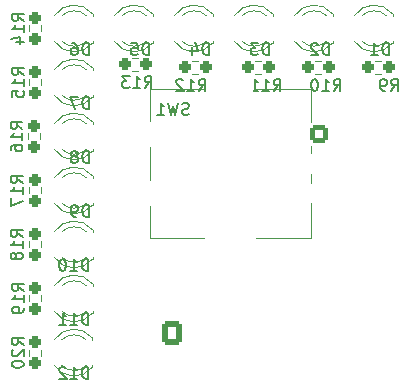
<source format=gbr>
%TF.GenerationSoftware,KiCad,Pcbnew,8.0.1+1*%
%TF.CreationDate,2024-05-08T14:56:33-06:00*%
%TF.ProjectId,encoder-to-i2c-tssop20.kicad_pro,656e636f-6465-4722-9d74-6f2d6932632d,rev?*%
%TF.SameCoordinates,Original*%
%TF.FileFunction,Legend,Bot*%
%TF.FilePolarity,Positive*%
%FSLAX46Y46*%
G04 Gerber Fmt 4.6, Leading zero omitted, Abs format (unit mm)*
G04 Created by KiCad (PCBNEW 8.0.1+1) date 2024-05-08 14:56:33*
%MOMM*%
%LPD*%
G01*
G04 APERTURE LIST*
G04 Aperture macros list*
%AMRoundRect*
0 Rectangle with rounded corners*
0 $1 Rounding radius*
0 $2 $3 $4 $5 $6 $7 $8 $9 X,Y pos of 4 corners*
0 Add a 4 corners polygon primitive as box body*
4,1,4,$2,$3,$4,$5,$6,$7,$8,$9,$2,$3,0*
0 Add four circle primitives for the rounded corners*
1,1,$1+$1,$2,$3*
1,1,$1+$1,$4,$5*
1,1,$1+$1,$6,$7*
1,1,$1+$1,$8,$9*
0 Add four rect primitives between the rounded corners*
20,1,$1+$1,$2,$3,$4,$5,0*
20,1,$1+$1,$4,$5,$6,$7,0*
20,1,$1+$1,$6,$7,$8,$9,0*
20,1,$1+$1,$8,$9,$2,$3,0*%
G04 Aperture macros list end*
%ADD10C,0.150000*%
%ADD11C,0.120000*%
%ADD12RoundRect,0.250000X-0.600000X-0.725000X0.600000X-0.725000X0.600000X0.725000X-0.600000X0.725000X0*%
%ADD13O,1.700000X1.950000*%
%ADD14RoundRect,0.237500X0.250000X0.237500X-0.250000X0.237500X-0.250000X-0.237500X0.250000X-0.237500X0*%
%ADD15R,1.800000X1.800000*%
%ADD16C,1.800000*%
%ADD17RoundRect,0.237500X-0.237500X0.250000X-0.237500X-0.250000X0.237500X-0.250000X0.237500X0.250000X0*%
%ADD18RoundRect,0.250000X0.550000X0.550000X-0.550000X0.550000X-0.550000X-0.550000X0.550000X-0.550000X0*%
%ADD19C,1.600000*%
%ADD20O,4.100000X3.000000*%
G04 APERTURE END LIST*
D10*
X50426857Y-44650819D02*
X50760190Y-44174628D01*
X50998285Y-44650819D02*
X50998285Y-43650819D01*
X50998285Y-43650819D02*
X50617333Y-43650819D01*
X50617333Y-43650819D02*
X50522095Y-43698438D01*
X50522095Y-43698438D02*
X50474476Y-43746057D01*
X50474476Y-43746057D02*
X50426857Y-43841295D01*
X50426857Y-43841295D02*
X50426857Y-43984152D01*
X50426857Y-43984152D02*
X50474476Y-44079390D01*
X50474476Y-44079390D02*
X50522095Y-44127009D01*
X50522095Y-44127009D02*
X50617333Y-44174628D01*
X50617333Y-44174628D02*
X50998285Y-44174628D01*
X49474476Y-44650819D02*
X50045904Y-44650819D01*
X49760190Y-44650819D02*
X49760190Y-43650819D01*
X49760190Y-43650819D02*
X49855428Y-43793676D01*
X49855428Y-43793676D02*
X49950666Y-43888914D01*
X49950666Y-43888914D02*
X50045904Y-43936533D01*
X48522095Y-44650819D02*
X49093523Y-44650819D01*
X48807809Y-44650819D02*
X48807809Y-43650819D01*
X48807809Y-43650819D02*
X48903047Y-43793676D01*
X48903047Y-43793676D02*
X48998285Y-43888914D01*
X48998285Y-43888914D02*
X49093523Y-43936533D01*
X44076857Y-44650819D02*
X44410190Y-44174628D01*
X44648285Y-44650819D02*
X44648285Y-43650819D01*
X44648285Y-43650819D02*
X44267333Y-43650819D01*
X44267333Y-43650819D02*
X44172095Y-43698438D01*
X44172095Y-43698438D02*
X44124476Y-43746057D01*
X44124476Y-43746057D02*
X44076857Y-43841295D01*
X44076857Y-43841295D02*
X44076857Y-43984152D01*
X44076857Y-43984152D02*
X44124476Y-44079390D01*
X44124476Y-44079390D02*
X44172095Y-44127009D01*
X44172095Y-44127009D02*
X44267333Y-44174628D01*
X44267333Y-44174628D02*
X44648285Y-44174628D01*
X43124476Y-44650819D02*
X43695904Y-44650819D01*
X43410190Y-44650819D02*
X43410190Y-43650819D01*
X43410190Y-43650819D02*
X43505428Y-43793676D01*
X43505428Y-43793676D02*
X43600666Y-43888914D01*
X43600666Y-43888914D02*
X43695904Y-43936533D01*
X42743523Y-43746057D02*
X42695904Y-43698438D01*
X42695904Y-43698438D02*
X42600666Y-43650819D01*
X42600666Y-43650819D02*
X42362571Y-43650819D01*
X42362571Y-43650819D02*
X42267333Y-43698438D01*
X42267333Y-43698438D02*
X42219714Y-43746057D01*
X42219714Y-43746057D02*
X42172095Y-43841295D01*
X42172095Y-43841295D02*
X42172095Y-43936533D01*
X42172095Y-43936533D02*
X42219714Y-44079390D01*
X42219714Y-44079390D02*
X42791142Y-44650819D01*
X42791142Y-44650819D02*
X42172095Y-44650819D01*
X55094094Y-41602819D02*
X55094094Y-40602819D01*
X55094094Y-40602819D02*
X54855999Y-40602819D01*
X54855999Y-40602819D02*
X54713142Y-40650438D01*
X54713142Y-40650438D02*
X54617904Y-40745676D01*
X54617904Y-40745676D02*
X54570285Y-40840914D01*
X54570285Y-40840914D02*
X54522666Y-41031390D01*
X54522666Y-41031390D02*
X54522666Y-41174247D01*
X54522666Y-41174247D02*
X54570285Y-41364723D01*
X54570285Y-41364723D02*
X54617904Y-41459961D01*
X54617904Y-41459961D02*
X54713142Y-41555200D01*
X54713142Y-41555200D02*
X54855999Y-41602819D01*
X54855999Y-41602819D02*
X55094094Y-41602819D01*
X54141713Y-40698057D02*
X54094094Y-40650438D01*
X54094094Y-40650438D02*
X53998856Y-40602819D01*
X53998856Y-40602819D02*
X53760761Y-40602819D01*
X53760761Y-40602819D02*
X53665523Y-40650438D01*
X53665523Y-40650438D02*
X53617904Y-40698057D01*
X53617904Y-40698057D02*
X53570285Y-40793295D01*
X53570285Y-40793295D02*
X53570285Y-40888533D01*
X53570285Y-40888533D02*
X53617904Y-41031390D01*
X53617904Y-41031390D02*
X54189332Y-41602819D01*
X54189332Y-41602819D02*
X53570285Y-41602819D01*
X55506857Y-44650819D02*
X55840190Y-44174628D01*
X56078285Y-44650819D02*
X56078285Y-43650819D01*
X56078285Y-43650819D02*
X55697333Y-43650819D01*
X55697333Y-43650819D02*
X55602095Y-43698438D01*
X55602095Y-43698438D02*
X55554476Y-43746057D01*
X55554476Y-43746057D02*
X55506857Y-43841295D01*
X55506857Y-43841295D02*
X55506857Y-43984152D01*
X55506857Y-43984152D02*
X55554476Y-44079390D01*
X55554476Y-44079390D02*
X55602095Y-44127009D01*
X55602095Y-44127009D02*
X55697333Y-44174628D01*
X55697333Y-44174628D02*
X56078285Y-44174628D01*
X54554476Y-44650819D02*
X55125904Y-44650819D01*
X54840190Y-44650819D02*
X54840190Y-43650819D01*
X54840190Y-43650819D02*
X54935428Y-43793676D01*
X54935428Y-43793676D02*
X55030666Y-43888914D01*
X55030666Y-43888914D02*
X55125904Y-43936533D01*
X53935428Y-43650819D02*
X53840190Y-43650819D01*
X53840190Y-43650819D02*
X53744952Y-43698438D01*
X53744952Y-43698438D02*
X53697333Y-43746057D01*
X53697333Y-43746057D02*
X53649714Y-43841295D01*
X53649714Y-43841295D02*
X53602095Y-44031771D01*
X53602095Y-44031771D02*
X53602095Y-44269866D01*
X53602095Y-44269866D02*
X53649714Y-44460342D01*
X53649714Y-44460342D02*
X53697333Y-44555580D01*
X53697333Y-44555580D02*
X53744952Y-44603200D01*
X53744952Y-44603200D02*
X53840190Y-44650819D01*
X53840190Y-44650819D02*
X53935428Y-44650819D01*
X53935428Y-44650819D02*
X54030666Y-44603200D01*
X54030666Y-44603200D02*
X54078285Y-44555580D01*
X54078285Y-44555580D02*
X54125904Y-44460342D01*
X54125904Y-44460342D02*
X54173523Y-44269866D01*
X54173523Y-44269866D02*
X54173523Y-44031771D01*
X54173523Y-44031771D02*
X54125904Y-43841295D01*
X54125904Y-43841295D02*
X54078285Y-43746057D01*
X54078285Y-43746057D02*
X54030666Y-43698438D01*
X54030666Y-43698438D02*
X53935428Y-43650819D01*
X60364666Y-44650819D02*
X60697999Y-44174628D01*
X60936094Y-44650819D02*
X60936094Y-43650819D01*
X60936094Y-43650819D02*
X60555142Y-43650819D01*
X60555142Y-43650819D02*
X60459904Y-43698438D01*
X60459904Y-43698438D02*
X60412285Y-43746057D01*
X60412285Y-43746057D02*
X60364666Y-43841295D01*
X60364666Y-43841295D02*
X60364666Y-43984152D01*
X60364666Y-43984152D02*
X60412285Y-44079390D01*
X60412285Y-44079390D02*
X60459904Y-44127009D01*
X60459904Y-44127009D02*
X60555142Y-44174628D01*
X60555142Y-44174628D02*
X60936094Y-44174628D01*
X59888475Y-44650819D02*
X59697999Y-44650819D01*
X59697999Y-44650819D02*
X59602761Y-44603200D01*
X59602761Y-44603200D02*
X59555142Y-44555580D01*
X59555142Y-44555580D02*
X59459904Y-44412723D01*
X59459904Y-44412723D02*
X59412285Y-44222247D01*
X59412285Y-44222247D02*
X59412285Y-43841295D01*
X59412285Y-43841295D02*
X59459904Y-43746057D01*
X59459904Y-43746057D02*
X59507523Y-43698438D01*
X59507523Y-43698438D02*
X59602761Y-43650819D01*
X59602761Y-43650819D02*
X59793237Y-43650819D01*
X59793237Y-43650819D02*
X59888475Y-43698438D01*
X59888475Y-43698438D02*
X59936094Y-43746057D01*
X59936094Y-43746057D02*
X59983713Y-43841295D01*
X59983713Y-43841295D02*
X59983713Y-44079390D01*
X59983713Y-44079390D02*
X59936094Y-44174628D01*
X59936094Y-44174628D02*
X59888475Y-44222247D01*
X59888475Y-44222247D02*
X59793237Y-44269866D01*
X59793237Y-44269866D02*
X59602761Y-44269866D01*
X59602761Y-44269866D02*
X59507523Y-44222247D01*
X59507523Y-44222247D02*
X59459904Y-44174628D01*
X59459904Y-44174628D02*
X59412285Y-44079390D01*
X29149719Y-47871142D02*
X28673528Y-47537809D01*
X29149719Y-47299714D02*
X28149719Y-47299714D01*
X28149719Y-47299714D02*
X28149719Y-47680666D01*
X28149719Y-47680666D02*
X28197338Y-47775904D01*
X28197338Y-47775904D02*
X28244957Y-47823523D01*
X28244957Y-47823523D02*
X28340195Y-47871142D01*
X28340195Y-47871142D02*
X28483052Y-47871142D01*
X28483052Y-47871142D02*
X28578290Y-47823523D01*
X28578290Y-47823523D02*
X28625909Y-47775904D01*
X28625909Y-47775904D02*
X28673528Y-47680666D01*
X28673528Y-47680666D02*
X28673528Y-47299714D01*
X29149719Y-48823523D02*
X29149719Y-48252095D01*
X29149719Y-48537809D02*
X28149719Y-48537809D01*
X28149719Y-48537809D02*
X28292576Y-48442571D01*
X28292576Y-48442571D02*
X28387814Y-48347333D01*
X28387814Y-48347333D02*
X28435433Y-48252095D01*
X28149719Y-49680666D02*
X28149719Y-49490190D01*
X28149719Y-49490190D02*
X28197338Y-49394952D01*
X28197338Y-49394952D02*
X28244957Y-49347333D01*
X28244957Y-49347333D02*
X28387814Y-49252095D01*
X28387814Y-49252095D02*
X28578290Y-49204476D01*
X28578290Y-49204476D02*
X28959242Y-49204476D01*
X28959242Y-49204476D02*
X29054480Y-49252095D01*
X29054480Y-49252095D02*
X29102100Y-49299714D01*
X29102100Y-49299714D02*
X29149719Y-49394952D01*
X29149719Y-49394952D02*
X29149719Y-49585428D01*
X29149719Y-49585428D02*
X29102100Y-49680666D01*
X29102100Y-49680666D02*
X29054480Y-49728285D01*
X29054480Y-49728285D02*
X28959242Y-49775904D01*
X28959242Y-49775904D02*
X28721147Y-49775904D01*
X28721147Y-49775904D02*
X28625909Y-49728285D01*
X28625909Y-49728285D02*
X28578290Y-49680666D01*
X28578290Y-49680666D02*
X28530671Y-49585428D01*
X28530671Y-49585428D02*
X28530671Y-49394952D01*
X28530671Y-49394952D02*
X28578290Y-49299714D01*
X28578290Y-49299714D02*
X28625909Y-49252095D01*
X28625909Y-49252095D02*
X28721147Y-49204476D01*
X29156819Y-52443142D02*
X28680628Y-52109809D01*
X29156819Y-51871714D02*
X28156819Y-51871714D01*
X28156819Y-51871714D02*
X28156819Y-52252666D01*
X28156819Y-52252666D02*
X28204438Y-52347904D01*
X28204438Y-52347904D02*
X28252057Y-52395523D01*
X28252057Y-52395523D02*
X28347295Y-52443142D01*
X28347295Y-52443142D02*
X28490152Y-52443142D01*
X28490152Y-52443142D02*
X28585390Y-52395523D01*
X28585390Y-52395523D02*
X28633009Y-52347904D01*
X28633009Y-52347904D02*
X28680628Y-52252666D01*
X28680628Y-52252666D02*
X28680628Y-51871714D01*
X29156819Y-53395523D02*
X29156819Y-52824095D01*
X29156819Y-53109809D02*
X28156819Y-53109809D01*
X28156819Y-53109809D02*
X28299676Y-53014571D01*
X28299676Y-53014571D02*
X28394914Y-52919333D01*
X28394914Y-52919333D02*
X28442533Y-52824095D01*
X28156819Y-53728857D02*
X28156819Y-54395523D01*
X28156819Y-54395523D02*
X29156819Y-53966952D01*
X29156819Y-57015142D02*
X28680628Y-56681809D01*
X29156819Y-56443714D02*
X28156819Y-56443714D01*
X28156819Y-56443714D02*
X28156819Y-56824666D01*
X28156819Y-56824666D02*
X28204438Y-56919904D01*
X28204438Y-56919904D02*
X28252057Y-56967523D01*
X28252057Y-56967523D02*
X28347295Y-57015142D01*
X28347295Y-57015142D02*
X28490152Y-57015142D01*
X28490152Y-57015142D02*
X28585390Y-56967523D01*
X28585390Y-56967523D02*
X28633009Y-56919904D01*
X28633009Y-56919904D02*
X28680628Y-56824666D01*
X28680628Y-56824666D02*
X28680628Y-56443714D01*
X29156819Y-57967523D02*
X29156819Y-57396095D01*
X29156819Y-57681809D02*
X28156819Y-57681809D01*
X28156819Y-57681809D02*
X28299676Y-57586571D01*
X28299676Y-57586571D02*
X28394914Y-57491333D01*
X28394914Y-57491333D02*
X28442533Y-57396095D01*
X28585390Y-58538952D02*
X28537771Y-58443714D01*
X28537771Y-58443714D02*
X28490152Y-58396095D01*
X28490152Y-58396095D02*
X28394914Y-58348476D01*
X28394914Y-58348476D02*
X28347295Y-58348476D01*
X28347295Y-58348476D02*
X28252057Y-58396095D01*
X28252057Y-58396095D02*
X28204438Y-58443714D01*
X28204438Y-58443714D02*
X28156819Y-58538952D01*
X28156819Y-58538952D02*
X28156819Y-58729428D01*
X28156819Y-58729428D02*
X28204438Y-58824666D01*
X28204438Y-58824666D02*
X28252057Y-58872285D01*
X28252057Y-58872285D02*
X28347295Y-58919904D01*
X28347295Y-58919904D02*
X28394914Y-58919904D01*
X28394914Y-58919904D02*
X28490152Y-58872285D01*
X28490152Y-58872285D02*
X28537771Y-58824666D01*
X28537771Y-58824666D02*
X28585390Y-58729428D01*
X28585390Y-58729428D02*
X28585390Y-58538952D01*
X28585390Y-58538952D02*
X28633009Y-58443714D01*
X28633009Y-58443714D02*
X28680628Y-58396095D01*
X28680628Y-58396095D02*
X28775866Y-58348476D01*
X28775866Y-58348476D02*
X28966342Y-58348476D01*
X28966342Y-58348476D02*
X29061580Y-58396095D01*
X29061580Y-58396095D02*
X29109200Y-58443714D01*
X29109200Y-58443714D02*
X29156819Y-58538952D01*
X29156819Y-58538952D02*
X29156819Y-58729428D01*
X29156819Y-58729428D02*
X29109200Y-58824666D01*
X29109200Y-58824666D02*
X29061580Y-58872285D01*
X29061580Y-58872285D02*
X28966342Y-58919904D01*
X28966342Y-58919904D02*
X28775866Y-58919904D01*
X28775866Y-58919904D02*
X28680628Y-58872285D01*
X28680628Y-58872285D02*
X28633009Y-58824666D01*
X28633009Y-58824666D02*
X28585390Y-58729428D01*
X60174094Y-41602819D02*
X60174094Y-40602819D01*
X60174094Y-40602819D02*
X59935999Y-40602819D01*
X59935999Y-40602819D02*
X59793142Y-40650438D01*
X59793142Y-40650438D02*
X59697904Y-40745676D01*
X59697904Y-40745676D02*
X59650285Y-40840914D01*
X59650285Y-40840914D02*
X59602666Y-41031390D01*
X59602666Y-41031390D02*
X59602666Y-41174247D01*
X59602666Y-41174247D02*
X59650285Y-41364723D01*
X59650285Y-41364723D02*
X59697904Y-41459961D01*
X59697904Y-41459961D02*
X59793142Y-41555200D01*
X59793142Y-41555200D02*
X59935999Y-41602819D01*
X59935999Y-41602819D02*
X60174094Y-41602819D01*
X58650285Y-41602819D02*
X59221713Y-41602819D01*
X58935999Y-41602819D02*
X58935999Y-40602819D01*
X58935999Y-40602819D02*
X59031237Y-40745676D01*
X59031237Y-40745676D02*
X59126475Y-40840914D01*
X59126475Y-40840914D02*
X59221713Y-40888533D01*
X43243332Y-46635200D02*
X43100475Y-46682819D01*
X43100475Y-46682819D02*
X42862380Y-46682819D01*
X42862380Y-46682819D02*
X42767142Y-46635200D01*
X42767142Y-46635200D02*
X42719523Y-46587580D01*
X42719523Y-46587580D02*
X42671904Y-46492342D01*
X42671904Y-46492342D02*
X42671904Y-46397104D01*
X42671904Y-46397104D02*
X42719523Y-46301866D01*
X42719523Y-46301866D02*
X42767142Y-46254247D01*
X42767142Y-46254247D02*
X42862380Y-46206628D01*
X42862380Y-46206628D02*
X43052856Y-46159009D01*
X43052856Y-46159009D02*
X43148094Y-46111390D01*
X43148094Y-46111390D02*
X43195713Y-46063771D01*
X43195713Y-46063771D02*
X43243332Y-45968533D01*
X43243332Y-45968533D02*
X43243332Y-45873295D01*
X43243332Y-45873295D02*
X43195713Y-45778057D01*
X43195713Y-45778057D02*
X43148094Y-45730438D01*
X43148094Y-45730438D02*
X43052856Y-45682819D01*
X43052856Y-45682819D02*
X42814761Y-45682819D01*
X42814761Y-45682819D02*
X42671904Y-45730438D01*
X42338570Y-45682819D02*
X42100475Y-46682819D01*
X42100475Y-46682819D02*
X41909999Y-45968533D01*
X41909999Y-45968533D02*
X41719523Y-46682819D01*
X41719523Y-46682819D02*
X41481428Y-45682819D01*
X40576666Y-46682819D02*
X41148094Y-46682819D01*
X40862380Y-46682819D02*
X40862380Y-45682819D01*
X40862380Y-45682819D02*
X40957618Y-45825676D01*
X40957618Y-45825676D02*
X41052856Y-45920914D01*
X41052856Y-45920914D02*
X41148094Y-45968533D01*
X34742285Y-59890819D02*
X34742285Y-58890819D01*
X34742285Y-58890819D02*
X34504190Y-58890819D01*
X34504190Y-58890819D02*
X34361333Y-58938438D01*
X34361333Y-58938438D02*
X34266095Y-59033676D01*
X34266095Y-59033676D02*
X34218476Y-59128914D01*
X34218476Y-59128914D02*
X34170857Y-59319390D01*
X34170857Y-59319390D02*
X34170857Y-59462247D01*
X34170857Y-59462247D02*
X34218476Y-59652723D01*
X34218476Y-59652723D02*
X34266095Y-59747961D01*
X34266095Y-59747961D02*
X34361333Y-59843200D01*
X34361333Y-59843200D02*
X34504190Y-59890819D01*
X34504190Y-59890819D02*
X34742285Y-59890819D01*
X33218476Y-59890819D02*
X33789904Y-59890819D01*
X33504190Y-59890819D02*
X33504190Y-58890819D01*
X33504190Y-58890819D02*
X33599428Y-59033676D01*
X33599428Y-59033676D02*
X33694666Y-59128914D01*
X33694666Y-59128914D02*
X33789904Y-59176533D01*
X32599428Y-58890819D02*
X32504190Y-58890819D01*
X32504190Y-58890819D02*
X32408952Y-58938438D01*
X32408952Y-58938438D02*
X32361333Y-58986057D01*
X32361333Y-58986057D02*
X32313714Y-59081295D01*
X32313714Y-59081295D02*
X32266095Y-59271771D01*
X32266095Y-59271771D02*
X32266095Y-59509866D01*
X32266095Y-59509866D02*
X32313714Y-59700342D01*
X32313714Y-59700342D02*
X32361333Y-59795580D01*
X32361333Y-59795580D02*
X32408952Y-59843200D01*
X32408952Y-59843200D02*
X32504190Y-59890819D01*
X32504190Y-59890819D02*
X32599428Y-59890819D01*
X32599428Y-59890819D02*
X32694666Y-59843200D01*
X32694666Y-59843200D02*
X32742285Y-59795580D01*
X32742285Y-59795580D02*
X32789904Y-59700342D01*
X32789904Y-59700342D02*
X32837523Y-59509866D01*
X32837523Y-59509866D02*
X32837523Y-59271771D01*
X32837523Y-59271771D02*
X32789904Y-59081295D01*
X32789904Y-59081295D02*
X32742285Y-58986057D01*
X32742285Y-58986057D02*
X32694666Y-58938438D01*
X32694666Y-58938438D02*
X32599428Y-58890819D01*
X44934094Y-41602819D02*
X44934094Y-40602819D01*
X44934094Y-40602819D02*
X44695999Y-40602819D01*
X44695999Y-40602819D02*
X44553142Y-40650438D01*
X44553142Y-40650438D02*
X44457904Y-40745676D01*
X44457904Y-40745676D02*
X44410285Y-40840914D01*
X44410285Y-40840914D02*
X44362666Y-41031390D01*
X44362666Y-41031390D02*
X44362666Y-41174247D01*
X44362666Y-41174247D02*
X44410285Y-41364723D01*
X44410285Y-41364723D02*
X44457904Y-41459961D01*
X44457904Y-41459961D02*
X44553142Y-41555200D01*
X44553142Y-41555200D02*
X44695999Y-41602819D01*
X44695999Y-41602819D02*
X44934094Y-41602819D01*
X43505523Y-40936152D02*
X43505523Y-41602819D01*
X43743618Y-40555200D02*
X43981713Y-41269485D01*
X43981713Y-41269485D02*
X43362666Y-41269485D01*
X29262719Y-38727142D02*
X28786528Y-38393809D01*
X29262719Y-38155714D02*
X28262719Y-38155714D01*
X28262719Y-38155714D02*
X28262719Y-38536666D01*
X28262719Y-38536666D02*
X28310338Y-38631904D01*
X28310338Y-38631904D02*
X28357957Y-38679523D01*
X28357957Y-38679523D02*
X28453195Y-38727142D01*
X28453195Y-38727142D02*
X28596052Y-38727142D01*
X28596052Y-38727142D02*
X28691290Y-38679523D01*
X28691290Y-38679523D02*
X28738909Y-38631904D01*
X28738909Y-38631904D02*
X28786528Y-38536666D01*
X28786528Y-38536666D02*
X28786528Y-38155714D01*
X29262719Y-39679523D02*
X29262719Y-39108095D01*
X29262719Y-39393809D02*
X28262719Y-39393809D01*
X28262719Y-39393809D02*
X28405576Y-39298571D01*
X28405576Y-39298571D02*
X28500814Y-39203333D01*
X28500814Y-39203333D02*
X28548433Y-39108095D01*
X28596052Y-40536666D02*
X29262719Y-40536666D01*
X28215100Y-40298571D02*
X28929385Y-40060476D01*
X28929385Y-40060476D02*
X28929385Y-40679523D01*
X29262719Y-43299142D02*
X28786528Y-42965809D01*
X29262719Y-42727714D02*
X28262719Y-42727714D01*
X28262719Y-42727714D02*
X28262719Y-43108666D01*
X28262719Y-43108666D02*
X28310338Y-43203904D01*
X28310338Y-43203904D02*
X28357957Y-43251523D01*
X28357957Y-43251523D02*
X28453195Y-43299142D01*
X28453195Y-43299142D02*
X28596052Y-43299142D01*
X28596052Y-43299142D02*
X28691290Y-43251523D01*
X28691290Y-43251523D02*
X28738909Y-43203904D01*
X28738909Y-43203904D02*
X28786528Y-43108666D01*
X28786528Y-43108666D02*
X28786528Y-42727714D01*
X29262719Y-44251523D02*
X29262719Y-43680095D01*
X29262719Y-43965809D02*
X28262719Y-43965809D01*
X28262719Y-43965809D02*
X28405576Y-43870571D01*
X28405576Y-43870571D02*
X28500814Y-43775333D01*
X28500814Y-43775333D02*
X28548433Y-43680095D01*
X28262719Y-45156285D02*
X28262719Y-44680095D01*
X28262719Y-44680095D02*
X28738909Y-44632476D01*
X28738909Y-44632476D02*
X28691290Y-44680095D01*
X28691290Y-44680095D02*
X28643671Y-44775333D01*
X28643671Y-44775333D02*
X28643671Y-45013428D01*
X28643671Y-45013428D02*
X28691290Y-45108666D01*
X28691290Y-45108666D02*
X28738909Y-45156285D01*
X28738909Y-45156285D02*
X28834147Y-45203904D01*
X28834147Y-45203904D02*
X29072242Y-45203904D01*
X29072242Y-45203904D02*
X29167480Y-45156285D01*
X29167480Y-45156285D02*
X29215100Y-45108666D01*
X29215100Y-45108666D02*
X29262719Y-45013428D01*
X29262719Y-45013428D02*
X29262719Y-44775333D01*
X29262719Y-44775333D02*
X29215100Y-44680095D01*
X29215100Y-44680095D02*
X29167480Y-44632476D01*
X34774094Y-55318819D02*
X34774094Y-54318819D01*
X34774094Y-54318819D02*
X34535999Y-54318819D01*
X34535999Y-54318819D02*
X34393142Y-54366438D01*
X34393142Y-54366438D02*
X34297904Y-54461676D01*
X34297904Y-54461676D02*
X34250285Y-54556914D01*
X34250285Y-54556914D02*
X34202666Y-54747390D01*
X34202666Y-54747390D02*
X34202666Y-54890247D01*
X34202666Y-54890247D02*
X34250285Y-55080723D01*
X34250285Y-55080723D02*
X34297904Y-55175961D01*
X34297904Y-55175961D02*
X34393142Y-55271200D01*
X34393142Y-55271200D02*
X34535999Y-55318819D01*
X34535999Y-55318819D02*
X34774094Y-55318819D01*
X33726475Y-55318819D02*
X33535999Y-55318819D01*
X33535999Y-55318819D02*
X33440761Y-55271200D01*
X33440761Y-55271200D02*
X33393142Y-55223580D01*
X33393142Y-55223580D02*
X33297904Y-55080723D01*
X33297904Y-55080723D02*
X33250285Y-54890247D01*
X33250285Y-54890247D02*
X33250285Y-54509295D01*
X33250285Y-54509295D02*
X33297904Y-54414057D01*
X33297904Y-54414057D02*
X33345523Y-54366438D01*
X33345523Y-54366438D02*
X33440761Y-54318819D01*
X33440761Y-54318819D02*
X33631237Y-54318819D01*
X33631237Y-54318819D02*
X33726475Y-54366438D01*
X33726475Y-54366438D02*
X33774094Y-54414057D01*
X33774094Y-54414057D02*
X33821713Y-54509295D01*
X33821713Y-54509295D02*
X33821713Y-54747390D01*
X33821713Y-54747390D02*
X33774094Y-54842628D01*
X33774094Y-54842628D02*
X33726475Y-54890247D01*
X33726475Y-54890247D02*
X33631237Y-54937866D01*
X33631237Y-54937866D02*
X33440761Y-54937866D01*
X33440761Y-54937866D02*
X33345523Y-54890247D01*
X33345523Y-54890247D02*
X33297904Y-54842628D01*
X33297904Y-54842628D02*
X33250285Y-54747390D01*
X29262719Y-61587142D02*
X28786528Y-61253809D01*
X29262719Y-61015714D02*
X28262719Y-61015714D01*
X28262719Y-61015714D02*
X28262719Y-61396666D01*
X28262719Y-61396666D02*
X28310338Y-61491904D01*
X28310338Y-61491904D02*
X28357957Y-61539523D01*
X28357957Y-61539523D02*
X28453195Y-61587142D01*
X28453195Y-61587142D02*
X28596052Y-61587142D01*
X28596052Y-61587142D02*
X28691290Y-61539523D01*
X28691290Y-61539523D02*
X28738909Y-61491904D01*
X28738909Y-61491904D02*
X28786528Y-61396666D01*
X28786528Y-61396666D02*
X28786528Y-61015714D01*
X29262719Y-62539523D02*
X29262719Y-61968095D01*
X29262719Y-62253809D02*
X28262719Y-62253809D01*
X28262719Y-62253809D02*
X28405576Y-62158571D01*
X28405576Y-62158571D02*
X28500814Y-62063333D01*
X28500814Y-62063333D02*
X28548433Y-61968095D01*
X29262719Y-63015714D02*
X29262719Y-63206190D01*
X29262719Y-63206190D02*
X29215100Y-63301428D01*
X29215100Y-63301428D02*
X29167480Y-63349047D01*
X29167480Y-63349047D02*
X29024623Y-63444285D01*
X29024623Y-63444285D02*
X28834147Y-63491904D01*
X28834147Y-63491904D02*
X28453195Y-63491904D01*
X28453195Y-63491904D02*
X28357957Y-63444285D01*
X28357957Y-63444285D02*
X28310338Y-63396666D01*
X28310338Y-63396666D02*
X28262719Y-63301428D01*
X28262719Y-63301428D02*
X28262719Y-63110952D01*
X28262719Y-63110952D02*
X28310338Y-63015714D01*
X28310338Y-63015714D02*
X28357957Y-62968095D01*
X28357957Y-62968095D02*
X28453195Y-62920476D01*
X28453195Y-62920476D02*
X28691290Y-62920476D01*
X28691290Y-62920476D02*
X28786528Y-62968095D01*
X28786528Y-62968095D02*
X28834147Y-63015714D01*
X28834147Y-63015714D02*
X28881766Y-63110952D01*
X28881766Y-63110952D02*
X28881766Y-63301428D01*
X28881766Y-63301428D02*
X28834147Y-63396666D01*
X28834147Y-63396666D02*
X28786528Y-63444285D01*
X28786528Y-63444285D02*
X28691290Y-63491904D01*
X39504857Y-44396819D02*
X39838190Y-43920628D01*
X40076285Y-44396819D02*
X40076285Y-43396819D01*
X40076285Y-43396819D02*
X39695333Y-43396819D01*
X39695333Y-43396819D02*
X39600095Y-43444438D01*
X39600095Y-43444438D02*
X39552476Y-43492057D01*
X39552476Y-43492057D02*
X39504857Y-43587295D01*
X39504857Y-43587295D02*
X39504857Y-43730152D01*
X39504857Y-43730152D02*
X39552476Y-43825390D01*
X39552476Y-43825390D02*
X39600095Y-43873009D01*
X39600095Y-43873009D02*
X39695333Y-43920628D01*
X39695333Y-43920628D02*
X40076285Y-43920628D01*
X38552476Y-44396819D02*
X39123904Y-44396819D01*
X38838190Y-44396819D02*
X38838190Y-43396819D01*
X38838190Y-43396819D02*
X38933428Y-43539676D01*
X38933428Y-43539676D02*
X39028666Y-43634914D01*
X39028666Y-43634914D02*
X39123904Y-43682533D01*
X38219142Y-43396819D02*
X37600095Y-43396819D01*
X37600095Y-43396819D02*
X37933428Y-43777771D01*
X37933428Y-43777771D02*
X37790571Y-43777771D01*
X37790571Y-43777771D02*
X37695333Y-43825390D01*
X37695333Y-43825390D02*
X37647714Y-43873009D01*
X37647714Y-43873009D02*
X37600095Y-43968247D01*
X37600095Y-43968247D02*
X37600095Y-44206342D01*
X37600095Y-44206342D02*
X37647714Y-44301580D01*
X37647714Y-44301580D02*
X37695333Y-44349200D01*
X37695333Y-44349200D02*
X37790571Y-44396819D01*
X37790571Y-44396819D02*
X38076285Y-44396819D01*
X38076285Y-44396819D02*
X38171523Y-44349200D01*
X38171523Y-44349200D02*
X38219142Y-44301580D01*
X50014094Y-41602819D02*
X50014094Y-40602819D01*
X50014094Y-40602819D02*
X49775999Y-40602819D01*
X49775999Y-40602819D02*
X49633142Y-40650438D01*
X49633142Y-40650438D02*
X49537904Y-40745676D01*
X49537904Y-40745676D02*
X49490285Y-40840914D01*
X49490285Y-40840914D02*
X49442666Y-41031390D01*
X49442666Y-41031390D02*
X49442666Y-41174247D01*
X49442666Y-41174247D02*
X49490285Y-41364723D01*
X49490285Y-41364723D02*
X49537904Y-41459961D01*
X49537904Y-41459961D02*
X49633142Y-41555200D01*
X49633142Y-41555200D02*
X49775999Y-41602819D01*
X49775999Y-41602819D02*
X50014094Y-41602819D01*
X49109332Y-40602819D02*
X48490285Y-40602819D01*
X48490285Y-40602819D02*
X48823618Y-40983771D01*
X48823618Y-40983771D02*
X48680761Y-40983771D01*
X48680761Y-40983771D02*
X48585523Y-41031390D01*
X48585523Y-41031390D02*
X48537904Y-41079009D01*
X48537904Y-41079009D02*
X48490285Y-41174247D01*
X48490285Y-41174247D02*
X48490285Y-41412342D01*
X48490285Y-41412342D02*
X48537904Y-41507580D01*
X48537904Y-41507580D02*
X48585523Y-41555200D01*
X48585523Y-41555200D02*
X48680761Y-41602819D01*
X48680761Y-41602819D02*
X48966475Y-41602819D01*
X48966475Y-41602819D02*
X49061713Y-41555200D01*
X49061713Y-41555200D02*
X49109332Y-41507580D01*
X39854094Y-41602819D02*
X39854094Y-40602819D01*
X39854094Y-40602819D02*
X39615999Y-40602819D01*
X39615999Y-40602819D02*
X39473142Y-40650438D01*
X39473142Y-40650438D02*
X39377904Y-40745676D01*
X39377904Y-40745676D02*
X39330285Y-40840914D01*
X39330285Y-40840914D02*
X39282666Y-41031390D01*
X39282666Y-41031390D02*
X39282666Y-41174247D01*
X39282666Y-41174247D02*
X39330285Y-41364723D01*
X39330285Y-41364723D02*
X39377904Y-41459961D01*
X39377904Y-41459961D02*
X39473142Y-41555200D01*
X39473142Y-41555200D02*
X39615999Y-41602819D01*
X39615999Y-41602819D02*
X39854094Y-41602819D01*
X38377904Y-40602819D02*
X38854094Y-40602819D01*
X38854094Y-40602819D02*
X38901713Y-41079009D01*
X38901713Y-41079009D02*
X38854094Y-41031390D01*
X38854094Y-41031390D02*
X38758856Y-40983771D01*
X38758856Y-40983771D02*
X38520761Y-40983771D01*
X38520761Y-40983771D02*
X38425523Y-41031390D01*
X38425523Y-41031390D02*
X38377904Y-41079009D01*
X38377904Y-41079009D02*
X38330285Y-41174247D01*
X38330285Y-41174247D02*
X38330285Y-41412342D01*
X38330285Y-41412342D02*
X38377904Y-41507580D01*
X38377904Y-41507580D02*
X38425523Y-41555200D01*
X38425523Y-41555200D02*
X38520761Y-41602819D01*
X38520761Y-41602819D02*
X38758856Y-41602819D01*
X38758856Y-41602819D02*
X38854094Y-41555200D01*
X38854094Y-41555200D02*
X38901713Y-41507580D01*
X34774094Y-50746819D02*
X34774094Y-49746819D01*
X34774094Y-49746819D02*
X34535999Y-49746819D01*
X34535999Y-49746819D02*
X34393142Y-49794438D01*
X34393142Y-49794438D02*
X34297904Y-49889676D01*
X34297904Y-49889676D02*
X34250285Y-49984914D01*
X34250285Y-49984914D02*
X34202666Y-50175390D01*
X34202666Y-50175390D02*
X34202666Y-50318247D01*
X34202666Y-50318247D02*
X34250285Y-50508723D01*
X34250285Y-50508723D02*
X34297904Y-50603961D01*
X34297904Y-50603961D02*
X34393142Y-50699200D01*
X34393142Y-50699200D02*
X34535999Y-50746819D01*
X34535999Y-50746819D02*
X34774094Y-50746819D01*
X33631237Y-50175390D02*
X33726475Y-50127771D01*
X33726475Y-50127771D02*
X33774094Y-50080152D01*
X33774094Y-50080152D02*
X33821713Y-49984914D01*
X33821713Y-49984914D02*
X33821713Y-49937295D01*
X33821713Y-49937295D02*
X33774094Y-49842057D01*
X33774094Y-49842057D02*
X33726475Y-49794438D01*
X33726475Y-49794438D02*
X33631237Y-49746819D01*
X33631237Y-49746819D02*
X33440761Y-49746819D01*
X33440761Y-49746819D02*
X33345523Y-49794438D01*
X33345523Y-49794438D02*
X33297904Y-49842057D01*
X33297904Y-49842057D02*
X33250285Y-49937295D01*
X33250285Y-49937295D02*
X33250285Y-49984914D01*
X33250285Y-49984914D02*
X33297904Y-50080152D01*
X33297904Y-50080152D02*
X33345523Y-50127771D01*
X33345523Y-50127771D02*
X33440761Y-50175390D01*
X33440761Y-50175390D02*
X33631237Y-50175390D01*
X33631237Y-50175390D02*
X33726475Y-50223009D01*
X33726475Y-50223009D02*
X33774094Y-50270628D01*
X33774094Y-50270628D02*
X33821713Y-50365866D01*
X33821713Y-50365866D02*
X33821713Y-50556342D01*
X33821713Y-50556342D02*
X33774094Y-50651580D01*
X33774094Y-50651580D02*
X33726475Y-50699200D01*
X33726475Y-50699200D02*
X33631237Y-50746819D01*
X33631237Y-50746819D02*
X33440761Y-50746819D01*
X33440761Y-50746819D02*
X33345523Y-50699200D01*
X33345523Y-50699200D02*
X33297904Y-50651580D01*
X33297904Y-50651580D02*
X33250285Y-50556342D01*
X33250285Y-50556342D02*
X33250285Y-50365866D01*
X33250285Y-50365866D02*
X33297904Y-50270628D01*
X33297904Y-50270628D02*
X33345523Y-50223009D01*
X33345523Y-50223009D02*
X33440761Y-50175390D01*
X34774094Y-46174819D02*
X34774094Y-45174819D01*
X34774094Y-45174819D02*
X34535999Y-45174819D01*
X34535999Y-45174819D02*
X34393142Y-45222438D01*
X34393142Y-45222438D02*
X34297904Y-45317676D01*
X34297904Y-45317676D02*
X34250285Y-45412914D01*
X34250285Y-45412914D02*
X34202666Y-45603390D01*
X34202666Y-45603390D02*
X34202666Y-45746247D01*
X34202666Y-45746247D02*
X34250285Y-45936723D01*
X34250285Y-45936723D02*
X34297904Y-46031961D01*
X34297904Y-46031961D02*
X34393142Y-46127200D01*
X34393142Y-46127200D02*
X34535999Y-46174819D01*
X34535999Y-46174819D02*
X34774094Y-46174819D01*
X33869332Y-45174819D02*
X33202666Y-45174819D01*
X33202666Y-45174819D02*
X33631237Y-46174819D01*
X34742285Y-64462819D02*
X34742285Y-63462819D01*
X34742285Y-63462819D02*
X34504190Y-63462819D01*
X34504190Y-63462819D02*
X34361333Y-63510438D01*
X34361333Y-63510438D02*
X34266095Y-63605676D01*
X34266095Y-63605676D02*
X34218476Y-63700914D01*
X34218476Y-63700914D02*
X34170857Y-63891390D01*
X34170857Y-63891390D02*
X34170857Y-64034247D01*
X34170857Y-64034247D02*
X34218476Y-64224723D01*
X34218476Y-64224723D02*
X34266095Y-64319961D01*
X34266095Y-64319961D02*
X34361333Y-64415200D01*
X34361333Y-64415200D02*
X34504190Y-64462819D01*
X34504190Y-64462819D02*
X34742285Y-64462819D01*
X33218476Y-64462819D02*
X33789904Y-64462819D01*
X33504190Y-64462819D02*
X33504190Y-63462819D01*
X33504190Y-63462819D02*
X33599428Y-63605676D01*
X33599428Y-63605676D02*
X33694666Y-63700914D01*
X33694666Y-63700914D02*
X33789904Y-63748533D01*
X32266095Y-64462819D02*
X32837523Y-64462819D01*
X32551809Y-64462819D02*
X32551809Y-63462819D01*
X32551809Y-63462819D02*
X32647047Y-63605676D01*
X32647047Y-63605676D02*
X32742285Y-63700914D01*
X32742285Y-63700914D02*
X32837523Y-63748533D01*
X34774094Y-41602819D02*
X34774094Y-40602819D01*
X34774094Y-40602819D02*
X34535999Y-40602819D01*
X34535999Y-40602819D02*
X34393142Y-40650438D01*
X34393142Y-40650438D02*
X34297904Y-40745676D01*
X34297904Y-40745676D02*
X34250285Y-40840914D01*
X34250285Y-40840914D02*
X34202666Y-41031390D01*
X34202666Y-41031390D02*
X34202666Y-41174247D01*
X34202666Y-41174247D02*
X34250285Y-41364723D01*
X34250285Y-41364723D02*
X34297904Y-41459961D01*
X34297904Y-41459961D02*
X34393142Y-41555200D01*
X34393142Y-41555200D02*
X34535999Y-41602819D01*
X34535999Y-41602819D02*
X34774094Y-41602819D01*
X33345523Y-40602819D02*
X33535999Y-40602819D01*
X33535999Y-40602819D02*
X33631237Y-40650438D01*
X33631237Y-40650438D02*
X33678856Y-40698057D01*
X33678856Y-40698057D02*
X33774094Y-40840914D01*
X33774094Y-40840914D02*
X33821713Y-41031390D01*
X33821713Y-41031390D02*
X33821713Y-41412342D01*
X33821713Y-41412342D02*
X33774094Y-41507580D01*
X33774094Y-41507580D02*
X33726475Y-41555200D01*
X33726475Y-41555200D02*
X33631237Y-41602819D01*
X33631237Y-41602819D02*
X33440761Y-41602819D01*
X33440761Y-41602819D02*
X33345523Y-41555200D01*
X33345523Y-41555200D02*
X33297904Y-41507580D01*
X33297904Y-41507580D02*
X33250285Y-41412342D01*
X33250285Y-41412342D02*
X33250285Y-41174247D01*
X33250285Y-41174247D02*
X33297904Y-41079009D01*
X33297904Y-41079009D02*
X33345523Y-41031390D01*
X33345523Y-41031390D02*
X33440761Y-40983771D01*
X33440761Y-40983771D02*
X33631237Y-40983771D01*
X33631237Y-40983771D02*
X33726475Y-41031390D01*
X33726475Y-41031390D02*
X33774094Y-41079009D01*
X33774094Y-41079009D02*
X33821713Y-41174247D01*
X29250819Y-66171142D02*
X28774628Y-65837809D01*
X29250819Y-65599714D02*
X28250819Y-65599714D01*
X28250819Y-65599714D02*
X28250819Y-65980666D01*
X28250819Y-65980666D02*
X28298438Y-66075904D01*
X28298438Y-66075904D02*
X28346057Y-66123523D01*
X28346057Y-66123523D02*
X28441295Y-66171142D01*
X28441295Y-66171142D02*
X28584152Y-66171142D01*
X28584152Y-66171142D02*
X28679390Y-66123523D01*
X28679390Y-66123523D02*
X28727009Y-66075904D01*
X28727009Y-66075904D02*
X28774628Y-65980666D01*
X28774628Y-65980666D02*
X28774628Y-65599714D01*
X28346057Y-66552095D02*
X28298438Y-66599714D01*
X28298438Y-66599714D02*
X28250819Y-66694952D01*
X28250819Y-66694952D02*
X28250819Y-66933047D01*
X28250819Y-66933047D02*
X28298438Y-67028285D01*
X28298438Y-67028285D02*
X28346057Y-67075904D01*
X28346057Y-67075904D02*
X28441295Y-67123523D01*
X28441295Y-67123523D02*
X28536533Y-67123523D01*
X28536533Y-67123523D02*
X28679390Y-67075904D01*
X28679390Y-67075904D02*
X29250819Y-66504476D01*
X29250819Y-66504476D02*
X29250819Y-67123523D01*
X28250819Y-67742571D02*
X28250819Y-67837809D01*
X28250819Y-67837809D02*
X28298438Y-67933047D01*
X28298438Y-67933047D02*
X28346057Y-67980666D01*
X28346057Y-67980666D02*
X28441295Y-68028285D01*
X28441295Y-68028285D02*
X28631771Y-68075904D01*
X28631771Y-68075904D02*
X28869866Y-68075904D01*
X28869866Y-68075904D02*
X29060342Y-68028285D01*
X29060342Y-68028285D02*
X29155580Y-67980666D01*
X29155580Y-67980666D02*
X29203200Y-67933047D01*
X29203200Y-67933047D02*
X29250819Y-67837809D01*
X29250819Y-67837809D02*
X29250819Y-67742571D01*
X29250819Y-67742571D02*
X29203200Y-67647333D01*
X29203200Y-67647333D02*
X29155580Y-67599714D01*
X29155580Y-67599714D02*
X29060342Y-67552095D01*
X29060342Y-67552095D02*
X28869866Y-67504476D01*
X28869866Y-67504476D02*
X28631771Y-67504476D01*
X28631771Y-67504476D02*
X28441295Y-67552095D01*
X28441295Y-67552095D02*
X28346057Y-67599714D01*
X28346057Y-67599714D02*
X28298438Y-67647333D01*
X28298438Y-67647333D02*
X28250819Y-67742571D01*
X34742285Y-69034819D02*
X34742285Y-68034819D01*
X34742285Y-68034819D02*
X34504190Y-68034819D01*
X34504190Y-68034819D02*
X34361333Y-68082438D01*
X34361333Y-68082438D02*
X34266095Y-68177676D01*
X34266095Y-68177676D02*
X34218476Y-68272914D01*
X34218476Y-68272914D02*
X34170857Y-68463390D01*
X34170857Y-68463390D02*
X34170857Y-68606247D01*
X34170857Y-68606247D02*
X34218476Y-68796723D01*
X34218476Y-68796723D02*
X34266095Y-68891961D01*
X34266095Y-68891961D02*
X34361333Y-68987200D01*
X34361333Y-68987200D02*
X34504190Y-69034819D01*
X34504190Y-69034819D02*
X34742285Y-69034819D01*
X33218476Y-69034819D02*
X33789904Y-69034819D01*
X33504190Y-69034819D02*
X33504190Y-68034819D01*
X33504190Y-68034819D02*
X33599428Y-68177676D01*
X33599428Y-68177676D02*
X33694666Y-68272914D01*
X33694666Y-68272914D02*
X33789904Y-68320533D01*
X32837523Y-68130057D02*
X32789904Y-68082438D01*
X32789904Y-68082438D02*
X32694666Y-68034819D01*
X32694666Y-68034819D02*
X32456571Y-68034819D01*
X32456571Y-68034819D02*
X32361333Y-68082438D01*
X32361333Y-68082438D02*
X32313714Y-68130057D01*
X32313714Y-68130057D02*
X32266095Y-68225295D01*
X32266095Y-68225295D02*
X32266095Y-68320533D01*
X32266095Y-68320533D02*
X32313714Y-68463390D01*
X32313714Y-68463390D02*
X32885142Y-69034819D01*
X32885142Y-69034819D02*
X32266095Y-69034819D01*
D11*
%TO.C,R11*%
X48870776Y-42149500D02*
X49380224Y-42149500D01*
X48870776Y-43194500D02*
X49380224Y-43194500D01*
%TO.C,R12*%
X43536776Y-42149500D02*
X44046224Y-42149500D01*
X43536776Y-43194500D02*
X44046224Y-43194500D01*
%TO.C,D2*%
X55413000Y-38290000D02*
X55413000Y-38134000D01*
X55413000Y-40606000D02*
X55413000Y-40450000D01*
X52180666Y-38291392D02*
G75*
G02*
X55412999Y-38134485I1672334J-1078608D01*
G01*
X52811871Y-38290164D02*
G75*
G02*
X54893960Y-38290001I1041129J-1079836D01*
G01*
X54893960Y-40449999D02*
G75*
G02*
X52811871Y-40449836I-1040960J1079999D01*
G01*
X55412999Y-40605515D02*
G75*
G02*
X52180666Y-40448608I-1559999J1235515D01*
G01*
%TO.C,R10*%
X53950776Y-42149500D02*
X54460224Y-42149500D01*
X53950776Y-43194500D02*
X54460224Y-43194500D01*
%TO.C,R9*%
X59030776Y-42149500D02*
X59540224Y-42149500D01*
X59030776Y-43194500D02*
X59540224Y-43194500D01*
%TO.C,R16*%
X29602400Y-48768724D02*
X29602400Y-48259276D01*
X30647400Y-48768724D02*
X30647400Y-48259276D01*
%TO.C,R17*%
X29715400Y-53340724D02*
X29715400Y-52831276D01*
X30760400Y-53340724D02*
X30760400Y-52831276D01*
%TO.C,R18*%
X29715400Y-57912724D02*
X29715400Y-57403276D01*
X30760400Y-57912724D02*
X30760400Y-57403276D01*
%TO.C,D1*%
X60488000Y-38290000D02*
X60488000Y-38134000D01*
X60488000Y-40606000D02*
X60488000Y-40450000D01*
X57255666Y-38291392D02*
G75*
G02*
X60487999Y-38134485I1672334J-1078608D01*
G01*
X57886871Y-38290164D02*
G75*
G02*
X59968960Y-38290001I1041129J-1079836D01*
G01*
X59968960Y-40449999D02*
G75*
G02*
X57886871Y-40449836I-1040960J1079999D01*
G01*
X60487999Y-40605515D02*
G75*
G02*
X57255666Y-40448608I-1559999J1235515D01*
G01*
%TO.C,SW1*%
X39930000Y-44500000D02*
X44540000Y-44500000D01*
X39930000Y-47200000D02*
X39930000Y-44500000D01*
X39930000Y-52200000D02*
X39930000Y-49400000D01*
X39930000Y-57110000D02*
X39930000Y-54400000D01*
X44540000Y-57110000D02*
X39930000Y-57110000D01*
X48940000Y-44490000D02*
X53550000Y-44490000D01*
X53550000Y-44490000D02*
X53550000Y-47250000D01*
X53550000Y-49950000D02*
X53550000Y-49350000D01*
X53550000Y-52450000D02*
X53550000Y-51650000D01*
X53550000Y-57110000D02*
X48940000Y-57110000D01*
X53550000Y-57110000D02*
X53550000Y-54150000D01*
%TO.C,D10*%
X35088000Y-56578000D02*
X35088000Y-56422000D01*
X35088000Y-58894000D02*
X35088000Y-58738000D01*
X31855666Y-56579392D02*
G75*
G02*
X35087999Y-56422485I1672334J-1078608D01*
G01*
X32486871Y-56578164D02*
G75*
G02*
X34568960Y-56578001I1041129J-1079836D01*
G01*
X34568960Y-58737999D02*
G75*
G02*
X32486871Y-58737836I-1040960J1079999D01*
G01*
X35087999Y-58893515D02*
G75*
G02*
X31855666Y-58736608I-1559999J1235515D01*
G01*
%TO.C,D4*%
X45248000Y-38290000D02*
X45248000Y-38134000D01*
X45248000Y-40606000D02*
X45248000Y-40450000D01*
X42015666Y-38291392D02*
G75*
G02*
X45247999Y-38134485I1672334J-1078608D01*
G01*
X42646871Y-38290164D02*
G75*
G02*
X44728960Y-38290001I1041129J-1079836D01*
G01*
X44728960Y-40449999D02*
G75*
G02*
X42646871Y-40449836I-1040960J1079999D01*
G01*
X45247999Y-40605515D02*
G75*
G02*
X42015666Y-40448608I-1559999J1235515D01*
G01*
%TO.C,R14*%
X29715400Y-39624724D02*
X29715400Y-39115276D01*
X30760400Y-39624724D02*
X30760400Y-39115276D01*
%TO.C,R15*%
X29715400Y-44196724D02*
X29715400Y-43687276D01*
X30760400Y-44196724D02*
X30760400Y-43687276D01*
%TO.C,D9*%
X35088000Y-52006000D02*
X35088000Y-51850000D01*
X35088000Y-54322000D02*
X35088000Y-54166000D01*
X31855666Y-52007392D02*
G75*
G02*
X35087999Y-51850485I1672334J-1078608D01*
G01*
X32486871Y-52006164D02*
G75*
G02*
X34568960Y-52006001I1041129J-1079836D01*
G01*
X34568960Y-54165999D02*
G75*
G02*
X32486871Y-54165836I-1040960J1079999D01*
G01*
X35087999Y-54321515D02*
G75*
G02*
X31855666Y-54164608I-1559999J1235515D01*
G01*
%TO.C,R19*%
X29715400Y-62484724D02*
X29715400Y-61975276D01*
X30760400Y-62484724D02*
X30760400Y-61975276D01*
%TO.C,R13*%
X38456776Y-41895500D02*
X38966224Y-41895500D01*
X38456776Y-42940500D02*
X38966224Y-42940500D01*
%TO.C,D3*%
X50328000Y-38290000D02*
X50328000Y-38134000D01*
X50328000Y-40606000D02*
X50328000Y-40450000D01*
X47095666Y-38291392D02*
G75*
G02*
X50327999Y-38134485I1672334J-1078608D01*
G01*
X47726871Y-38290164D02*
G75*
G02*
X49808960Y-38290001I1041129J-1079836D01*
G01*
X49808960Y-40449999D02*
G75*
G02*
X47726871Y-40449836I-1040960J1079999D01*
G01*
X50327999Y-40605515D02*
G75*
G02*
X47095666Y-40448608I-1559999J1235515D01*
G01*
%TO.C,D5*%
X40168000Y-38290000D02*
X40168000Y-38134000D01*
X40168000Y-40606000D02*
X40168000Y-40450000D01*
X36935666Y-38291392D02*
G75*
G02*
X40167999Y-38134485I1672334J-1078608D01*
G01*
X37566871Y-38290164D02*
G75*
G02*
X39648960Y-38290001I1041129J-1079836D01*
G01*
X39648960Y-40449999D02*
G75*
G02*
X37566871Y-40449836I-1040960J1079999D01*
G01*
X40167999Y-40605515D02*
G75*
G02*
X36935666Y-40448608I-1559999J1235515D01*
G01*
%TO.C,D8*%
X35088000Y-47434000D02*
X35088000Y-47278000D01*
X35088000Y-49750000D02*
X35088000Y-49594000D01*
X31855666Y-47435392D02*
G75*
G02*
X35087999Y-47278485I1672334J-1078608D01*
G01*
X32486871Y-47434164D02*
G75*
G02*
X34568960Y-47434001I1041129J-1079836D01*
G01*
X34568960Y-49593999D02*
G75*
G02*
X32486871Y-49593836I-1040960J1079999D01*
G01*
X35087999Y-49749515D02*
G75*
G02*
X31855666Y-49592608I-1559999J1235515D01*
G01*
%TO.C,D7*%
X35088000Y-42862000D02*
X35088000Y-42706000D01*
X35088000Y-45178000D02*
X35088000Y-45022000D01*
X31855666Y-42863392D02*
G75*
G02*
X35087999Y-42706485I1672334J-1078608D01*
G01*
X32486871Y-42862164D02*
G75*
G02*
X34568960Y-42862001I1041129J-1079836D01*
G01*
X34568960Y-45021999D02*
G75*
G02*
X32486871Y-45021836I-1040960J1079999D01*
G01*
X35087999Y-45177515D02*
G75*
G02*
X31855666Y-45020608I-1559999J1235515D01*
G01*
%TO.C,D11*%
X35088000Y-61150000D02*
X35088000Y-60994000D01*
X35088000Y-63466000D02*
X35088000Y-63310000D01*
X31855666Y-61151392D02*
G75*
G02*
X35087999Y-60994485I1672334J-1078608D01*
G01*
X32486871Y-61150164D02*
G75*
G02*
X34568960Y-61150001I1041129J-1079836D01*
G01*
X34568960Y-63309999D02*
G75*
G02*
X32486871Y-63309836I-1040960J1079999D01*
G01*
X35087999Y-63465515D02*
G75*
G02*
X31855666Y-63308608I-1559999J1235515D01*
G01*
%TO.C,D6*%
X35088000Y-38290000D02*
X35088000Y-38134000D01*
X35088000Y-40606000D02*
X35088000Y-40450000D01*
X31855666Y-38291392D02*
G75*
G02*
X35087999Y-38134485I1672334J-1078608D01*
G01*
X32486871Y-38290164D02*
G75*
G02*
X34568960Y-38290001I1041129J-1079836D01*
G01*
X34568960Y-40449999D02*
G75*
G02*
X32486871Y-40449836I-1040960J1079999D01*
G01*
X35087999Y-40605515D02*
G75*
G02*
X31855666Y-40448608I-1559999J1235515D01*
G01*
%TO.C,R20*%
X29703500Y-67068724D02*
X29703500Y-66559276D01*
X30748500Y-67068724D02*
X30748500Y-66559276D01*
%TO.C,D12*%
X35076100Y-65734000D02*
X35076100Y-65578000D01*
X35076100Y-68050000D02*
X35076100Y-67894000D01*
X31843766Y-65735392D02*
G75*
G02*
X35076099Y-65578485I1672334J-1078608D01*
G01*
X32474971Y-65734164D02*
G75*
G02*
X34557060Y-65734001I1041129J-1079836D01*
G01*
X34557060Y-67893999D02*
G75*
G02*
X32474971Y-67893836I-1040960J1079999D01*
G01*
X35076099Y-68049515D02*
G75*
G02*
X31843766Y-67892608I-1559999J1235515D01*
G01*
%TD*%
%LPC*%
D12*
%TO.C,J1*%
X41811500Y-65174000D03*
D13*
X44311500Y-65174000D03*
X46811500Y-65174000D03*
X49311500Y-65174000D03*
X51811500Y-65174000D03*
%TD*%
D14*
%TO.C,R11*%
X50038000Y-42672000D03*
X48213000Y-42672000D03*
%TD*%
%TO.C,R12*%
X44704000Y-42672000D03*
X42879000Y-42672000D03*
%TD*%
D15*
%TO.C,D2*%
X55123000Y-39370000D03*
D16*
X52583000Y-39370000D03*
%TD*%
D14*
%TO.C,R10*%
X55118000Y-42672000D03*
X53293000Y-42672000D03*
%TD*%
%TO.C,R9*%
X60198000Y-42672000D03*
X58373000Y-42672000D03*
%TD*%
D17*
%TO.C,R16*%
X30124900Y-47601500D03*
X30124900Y-49426500D03*
%TD*%
%TO.C,R17*%
X30237900Y-52173500D03*
X30237900Y-53998500D03*
%TD*%
%TO.C,R18*%
X30237900Y-56745500D03*
X30237900Y-58570500D03*
%TD*%
D15*
%TO.C,D1*%
X60198000Y-39370000D03*
D16*
X57658000Y-39370000D03*
%TD*%
D18*
%TO.C,SW1*%
X54240000Y-48300000D03*
D19*
X54240000Y-53300000D03*
X54240000Y-50800000D03*
X39740000Y-48300000D03*
X39740000Y-53300000D03*
D20*
X46740000Y-56400000D03*
X46740000Y-45200000D03*
%TD*%
D15*
%TO.C,D10*%
X34798000Y-57658000D03*
D16*
X32258000Y-57658000D03*
%TD*%
D15*
%TO.C,D4*%
X44958000Y-39370000D03*
D16*
X42418000Y-39370000D03*
%TD*%
D17*
%TO.C,R14*%
X30237900Y-38457500D03*
X30237900Y-40282500D03*
%TD*%
%TO.C,R15*%
X30237900Y-43029500D03*
X30237900Y-44854500D03*
%TD*%
D15*
%TO.C,D9*%
X34798000Y-53086000D03*
D16*
X32258000Y-53086000D03*
%TD*%
D17*
%TO.C,R19*%
X30237900Y-61317500D03*
X30237900Y-63142500D03*
%TD*%
D14*
%TO.C,R13*%
X39624000Y-42418000D03*
X37799000Y-42418000D03*
%TD*%
D15*
%TO.C,D3*%
X50038000Y-39370000D03*
D16*
X47498000Y-39370000D03*
%TD*%
D15*
%TO.C,D5*%
X39878000Y-39370000D03*
D16*
X37338000Y-39370000D03*
%TD*%
D15*
%TO.C,D8*%
X34798000Y-48514000D03*
D16*
X32258000Y-48514000D03*
%TD*%
D15*
%TO.C,D7*%
X34798000Y-43942000D03*
D16*
X32258000Y-43942000D03*
%TD*%
D15*
%TO.C,D11*%
X34798000Y-62230000D03*
D16*
X32258000Y-62230000D03*
%TD*%
D15*
%TO.C,D6*%
X34798000Y-39370000D03*
D16*
X32258000Y-39370000D03*
%TD*%
D17*
%TO.C,R20*%
X30226000Y-65901500D03*
X30226000Y-67726500D03*
%TD*%
D15*
%TO.C,D12*%
X34786100Y-66814000D03*
D16*
X32246100Y-66814000D03*
%TD*%
%LPD*%
M02*

</source>
